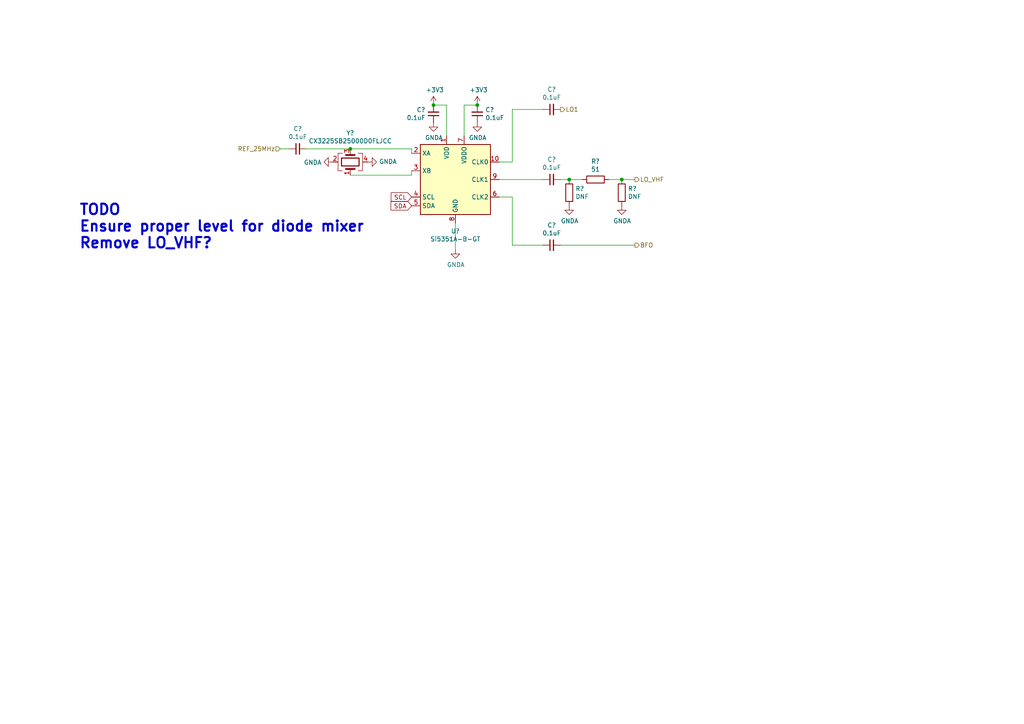
<source format=kicad_sch>
(kicad_sch (version 20211123) (generator eeschema)
  (paper "A4")
  (title_block (title "DART-70 TRX") (date "2023-01-11") (rev "0") (company "HB9EGM") (comment 1 "A 4m Band SSB/CW Transceiver"))
  (lib_symbols
    (symbol "Device:C_Small" (pin_numbers hide) (pin_names (offset 0.254) hide)
      (property "Reference" "C" (at 0.254 1.778 0))
      (property "Value" "C_Small" (at 0.254 -2.032 0))
      (symbol "C_Small_0_1"
        (polyline (pts (xy -1.524 -0.508) (xy 1.524 -0.508)) (stroke (width 0.3302)))
        (polyline (pts (xy -1.524 0.508) (xy 1.524 0.508)) (stroke (width 0.3048)))
      )
      (symbol "C_Small_1_1"
        (pin passive line (at 0 2.54 270) (length 2.032) (name "~") (number "1"))
        (pin passive line (at 0 -2.54 90) (length 2.032) (name "~") (number "2"))
      )
    )
    (symbol "Device:Crystal_GND24" (pin_names (offset 1.016) hide)
      (property "Reference" "Y" (at 3.175 5.08 0))
      (property "Value" "Crystal_GND24" (at 3.175 3.175 0))
      (symbol "Crystal_GND24_0_1"
        (rectangle (start -1.143 2.54) (end 1.143 -2.54) (stroke (width 0.3048)))
        (polyline (pts (xy -2.54 0) (xy -2.032 0)))
        (polyline (pts (xy -2.032 -1.27) (xy -2.032 1.27)) (stroke (width 0.508)))
        (polyline (pts (xy 0 -3.81) (xy 0 -3.556)))
        (polyline (pts (xy 0 3.556) (xy 0 3.81)))
        (polyline (pts (xy 2.032 -1.27) (xy 2.032 1.27)) (stroke (width 0.508)))
        (polyline (pts (xy 2.032 0) (xy 2.54 0)))
        (polyline (pts (xy -2.54 -2.286) (xy -2.54 -3.556) (xy 2.54 -3.556) (xy 2.54 -2.286)))
        (polyline (pts (xy -2.54 2.286) (xy -2.54 3.556) (xy 2.54 3.556) (xy 2.54 2.286)))
      )
      (symbol "Crystal_GND24_1_1"
        (pin passive line (at -3.81 0 0) (length 1.27) (name "1") (number "1"))
        (pin passive line (at 0 5.08 270) (length 1.27) (name "2") (number "2"))
        (pin passive line (at 3.81 0 180) (length 1.27) (name "3") (number "3"))
        (pin passive line (at 0 -5.08 90) (length 1.27) (name "4") (number "4"))
      )
    )
    (symbol "Device:R" (pin_numbers hide) (pin_names (offset 0))
      (property "Reference" "R" (at 2.032 0 90))
      (property "Value" "R" (at 0 0 90))
      (symbol "R_0_1"
        (rectangle (start -1.016 -2.54) (end 1.016 2.54) (stroke (width 0.254)))
      )
      (symbol "R_1_1"
        (pin passive line (at 0 3.81 270) (length 1.27) (name "~") (number "1"))
        (pin passive line (at 0 -3.81 90) (length 1.27) (name "~") (number "2"))
      )
    )
    (symbol "Oscillator:Si5351A-B-GT"
      (property "Reference" "U" (at -8.89 11.43 0))
      (property "Value" "Si5351A-B-GT" (at -12.7 -12.7 0))
      (symbol "Si5351A-B-GT_0_1"
        (rectangle (start -10.16 10.16) (end 10.16 -10.16) (stroke (width 0.254)) (fill (type background)))
      )
      (symbol "Si5351A-B-GT_1_1"
        (pin power_in line (at -2.54 12.7 270) (length 2.54) (name "VDD") (number "1"))
        (pin output line (at 12.7 5.08 180) (length 2.54) (name "CLK0") (number "10"))
        (pin input line (at -12.7 7.62 0) (length 2.54) (name "XA") (number "2"))
        (pin input line (at -12.7 2.54 0) (length 2.54) (name "XB") (number "3"))
        (pin input line (at -12.7 -5.08 0) (length 2.54) (name "SCL") (number "4"))
        (pin bidirectional line (at -12.7 -7.62 0) (length 2.54) (name "SDA") (number "5"))
        (pin output line (at 12.7 -5.08 180) (length 2.54) (name "CLK2") (number "6"))
        (pin power_in line (at 2.54 12.7 270) (length 2.54) (name "VDDO") (number "7"))
        (pin power_in line (at 0 -12.7 90) (length 2.54) (name "GND") (number "8"))
        (pin output line (at 12.7 0 180) (length 2.54) (name "CLK1") (number "9"))
      )
    )
    (symbol "power:+3.3V" (power) (pin_names (offset 0))
      (property "Value" "+3.3V" (at 0 3.556 0))
      (symbol "+3.3V_0_1"
        (polyline (pts (xy -0.762 1.27) (xy 0 2.54)))
        (polyline (pts (xy 0 0) (xy 0 2.54)))
        (polyline (pts (xy 0 2.54) (xy 0.762 1.27)))
      )
      (symbol "+3.3V_1_1"
        (pin power_in line (at 0 0 90) (length 0) hide (name "+3V3") (number "1"))
      )
    )
    (symbol "power:GNDA" (power) (pin_names (offset 0))
      (property "Value" "GNDA" (at 0 -3.81 0))
      (symbol "GNDA_0_1"
        (polyline (pts (xy 0 0) (xy 0 -1.27) (xy 1.27 -1.27) (xy 0 -2.54) (xy -1.27 -1.27) (xy 0 -1.27)))
      )
      (symbol "GNDA_1_1"
        (pin power_in line (at 0 0 270) (length 0) hide (name "GNDA") (number "1"))
      )
    )
  )
  (junction (at 138.43 30.48))
  (junction (at 101.6 43.18))
  (junction (at 180.34 52.07))
  (junction (at 125.73 30.48))
  (junction (at 165.1 52.07))
  (wire (pts (xy 148.59 46.99) (xy 144.78 46.99)))
  (wire (pts (xy 101.6 50.8) (xy 119.38 50.8)))
  (wire (pts (xy 83.82 43.18) (xy 81.28 43.18)))
  (wire (pts (xy 132.08 64.77) (xy 132.08 72.39)))
  (wire (pts (xy 148.59 57.15) (xy 144.78 57.15)))
  (wire (pts (xy 101.6 43.18) (xy 119.38 43.18)))
  (wire (pts (xy 168.91 52.07) (xy 165.1 52.07)))
  (wire (pts (xy 180.34 52.07) (xy 176.53 52.07)))
  (wire (pts (xy 119.38 50.8) (xy 119.38 49.53)))
  (wire (pts (xy 129.54 30.48) (xy 129.54 39.37)))
  (wire (pts (xy 138.43 30.48) (xy 134.62 30.48)))
  (wire (pts (xy 162.56 71.12) (xy 184.15 71.12)))
  (wire (pts (xy 125.73 30.48) (xy 129.54 30.48)))
  (wire (pts (xy 184.15 52.07) (xy 180.34 52.07)))
  (wire (pts (xy 157.48 71.12) (xy 148.59 71.12)))
  (wire (pts (xy 148.59 71.12) (xy 148.59 57.15)))
  (wire (pts (xy 134.62 30.48) (xy 134.62 39.37)))
  (wire (pts (xy 165.1 52.07) (xy 162.56 52.07)))
  (wire (pts (xy 148.59 31.75) (xy 148.59 46.99)))
  (wire (pts (xy 144.78 52.07) (xy 157.48 52.07)))
  (wire (pts (xy 88.9 43.18) (xy 101.6 43.18)))
  (wire (pts (xy 157.48 31.75) (xy 148.59 31.75)))
  (wire (pts (xy 119.38 43.18) (xy 119.38 44.45)))
  (text "TODO\nEnsure proper level for diode mixer\nRemove LO_VHF?" (at 22.86 72.39 0) (effects (font (size 3 3) (thickness 0.6) bold) (justify left bottom)))
  (global_label "SDA" (shape input) (at 119.38 59.69 180) (property "Intersheet References" "${INTERSHEET_REFS}" (effects hide)))
  (global_label "SCL" (shape input) (at 119.38 57.15 180) (property "Intersheet References" "${INTERSHEET_REFS}" (effects hide)))
  (hierarchical_label "LO_VHF" (shape output) (at 184.15 52.07 0))
  (hierarchical_label "BFO" (shape output) (at 184.15 71.12 0))
  (hierarchical_label "REF_25MHz" (shape input) (at 81.28 43.18 180))
  (hierarchical_label "LO1" (shape output) (at 162.56 31.75 0))
  (symbol (lib_id "Oscillator:Si5351A-B-GT") (at 132.08 52.07 0) (unit 1)
    (property "Reference" "U?" (at 132.08 67.0306 0))
    (property "Value" "Si5351A-B-GT" (at 132.08 69.342 0))
    (property "Footprint" "Package_SO:MSOP-10_3x3mm_P0.5mm" (effects hide))
    (property "Datasheet" "https://www.silabs.com/documents/public/data-sheets/Si5351-B.pdf" (effects hide))
    (property "MPN" "Si5351A-B-GT" (effects hide))
    (property "Need_order" "1" (effects hide))
  )
  (symbol (lib_id "power:GNDA") (at 132.08 72.39 0) (unit 1)
    (property "Reference" "#PWR?" (effects hide))
    (property "Value" "GNDA" (at 132.207 76.7842 0))
  )
  (symbol (lib_id "power:+3.3V") (at 125.73 30.48 0) (unit 1)
    (property "Reference" "#PWR?" (effects hide))
    (property "Value" "+3.3V" (at 126.111 26.0858 0))
  )
  (symbol (lib_id "power:+3.3V") (at 138.43 30.48 0) (unit 1)
    (property "Reference" "#PWR?" (effects hide))
    (property "Value" "+3.3V" (at 138.811 26.0858 0))
  )
  (symbol (lib_id "Device:Crystal_GND24") (at 101.6 46.99 90) (unit 1)
    (property "Reference" "Y?" (at 101.6 38.5826 90))
    (property "Value" "CX3225SB25000D0FLJCC" (at 101.6 40.894 90))
    (property "Footprint" "picardy:CX3225SB" (effects hide))
    (property "MPN" "CX3225SB25000DFPLCC" (effects hide))
    (property "Need_order" "1" (effects hide))
  )
  (symbol (lib_id "power:GNDA") (at 106.68 46.99 90) (unit 1)
    (property "Reference" "#PWR?" (effects hide))
    (property "Value" "GNDA" (at 109.9312 46.863 90) (effects (justify right)))
  )
  (symbol (lib_id "power:GNDA") (at 96.52 46.99 270) (unit 1)
    (property "Reference" "#PWR?" (effects hide))
    (property "Value" "GNDA" (at 93.2942 47.117 90) (effects (justify right)))
  )
  (symbol (lib_id "Device:C_Small") (at 138.43 33.02 180) (unit 1)
    (property "Reference" "C?" (at 140.7668 31.8516 0) (effects (justify right)))
    (property "Value" "0.1uF" (at 140.7668 34.163 0) (effects (justify right)))
    (property "Footprint" "Capacitor_SMD:C_0603_1608Metric_Pad1.05x0.95mm_HandSolder" (effects hide))
    (property "MPN" "GRM188R71H104KA93D" (effects hide))
    (property "Need_order" "0" (effects hide))
  )
  (symbol (lib_id "Device:C_Small") (at 125.73 33.02 180) (unit 1)
    (property "Reference" "C?" (at 123.4186 31.8516 0) (effects (justify left)))
    (property "Value" "0.1uF" (at 123.4186 34.163 0) (effects (justify left)))
    (property "Footprint" "Capacitor_SMD:C_0603_1608Metric_Pad1.05x0.95mm_HandSolder" (effects hide))
    (property "MPN" "GRM188R71H104KA93D" (effects hide))
    (property "Need_order" "0" (effects hide))
  )
  (symbol (lib_id "power:GNDA") (at 138.43 35.56 0) (unit 1)
    (property "Reference" "#PWR?" (effects hide))
    (property "Value" "GNDA" (at 138.557 39.9542 0))
  )
  (symbol (lib_id "power:GNDA") (at 125.73 35.56 0) (unit 1)
    (property "Reference" "#PWR?" (effects hide))
    (property "Value" "GNDA" (at 125.857 39.9542 0))
  )
  (symbol (lib_id "Device:C_Small") (at 86.36 43.18 90) (unit 1)
    (property "Reference" "C?" (at 86.36 37.3634 90))
    (property "Value" "0.1uF" (at 86.36 39.6748 90))
    (property "Footprint" "Capacitor_SMD:C_0603_1608Metric_Pad1.05x0.95mm_HandSolder" (effects hide))
    (property "MPN" "GRM188R71H104KA93D" (effects hide))
    (property "Need_order" "0" (effects hide))
  )
  (symbol (lib_id "Device:R") (at 165.1 55.88 0) (unit 1)
    (property "Reference" "R?" (at 166.878 54.7116 0) (effects (justify left)))
    (property "Value" "DNF" (at 166.878 57.023 0) (effects (justify left)))
    (property "Footprint" "Resistor_SMD:R_0603_1608Metric_Pad1.05x0.95mm_HandSolder" (effects hide))
    (property "Need_order" "0" (effects hide))
  )
  (symbol (lib_id "Device:R") (at 172.72 52.07 90) (unit 1)
    (property "Reference" "R?" (at 172.72 46.8122 90))
    (property "Value" "51" (at 172.72 49.1236 90))
    (property "Footprint" "Resistor_SMD:R_0603_1608Metric_Pad1.05x0.95mm_HandSolder" (effects hide))
    (property "Need_order" "0" (effects hide))
  )
  (symbol (lib_id "Device:R") (at 180.34 55.88 0) (unit 1)
    (property "Reference" "R?" (at 182.118 54.7116 0) (effects (justify left)))
    (property "Value" "DNF" (at 182.118 57.023 0) (effects (justify left)))
    (property "Footprint" "Resistor_SMD:R_0603_1608Metric_Pad1.05x0.95mm_HandSolder" (effects hide))
    (property "Need_order" "0" (effects hide))
  )
  (symbol (lib_id "power:GNDA") (at 180.34 59.69 0) (unit 1)
    (property "Reference" "#PWR?" (effects hide))
    (property "Value" "GNDA" (at 180.467 64.0842 0))
  )
  (symbol (lib_id "power:GNDA") (at 165.1 59.69 0) (unit 1)
    (property "Reference" "#PWR?" (effects hide))
    (property "Value" "GNDA" (at 165.227 64.0842 0))
  )
  (symbol (lib_id "Device:C_Small") (at 160.02 31.75 90) (unit 1)
    (property "Reference" "C?" (at 160.02 25.9334 90))
    (property "Value" "0.1uF" (at 160.02 28.2448 90))
    (property "Footprint" "Capacitor_SMD:C_0603_1608Metric_Pad1.05x0.95mm_HandSolder" (effects hide))
    (property "MPN" "GRM188R71H104KA93D" (effects hide))
    (property "Need_order" "0" (effects hide))
  )
  (symbol (lib_id "Device:C_Small") (at 160.02 52.07 90) (unit 1)
    (property "Reference" "C?" (at 160.02 46.2534 90))
    (property "Value" "0.1uF" (at 160.02 48.5648 90))
    (property "Footprint" "Capacitor_SMD:C_0603_1608Metric_Pad1.05x0.95mm_HandSolder" (effects hide))
    (property "MPN" "GRM188R71H104KA93D" (effects hide))
    (property "Need_order" "0" (effects hide))
  )
  (symbol (lib_id "Device:C_Small") (at 160.02 71.12 90) (unit 1)
    (property "Reference" "C?" (at 160.02 65.3034 90))
    (property "Value" "0.1uF" (at 160.02 67.6148 90))
    (property "Footprint" "Capacitor_SMD:C_0603_1608Metric_Pad1.05x0.95mm_HandSolder" (effects hide))
    (property "MPN" "GRM188R71H104KA93D" (effects hide))
    (property "Need_order" "0" (effects hide))
  )
)
</source>
